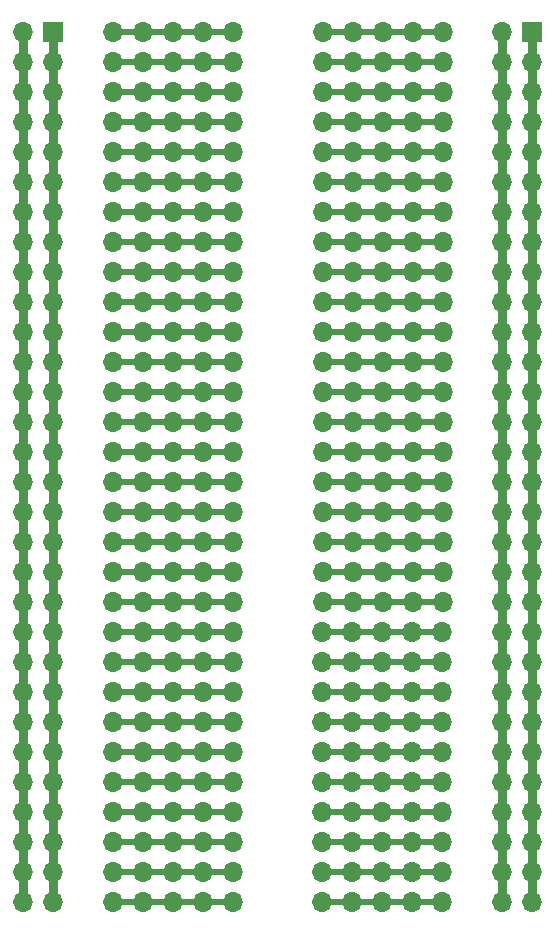
<source format=gbr>
%TF.GenerationSoftware,KiCad,Pcbnew,7.0.2*%
%TF.CreationDate,2024-01-28T20:17:23-05:00*%
%TF.ProjectId,dpx_perv_5x30,6470785f-7065-4727-965f-357833302e6b,rev?*%
%TF.SameCoordinates,Original*%
%TF.FileFunction,Copper,L4,Bot*%
%TF.FilePolarity,Positive*%
%FSLAX46Y46*%
G04 Gerber Fmt 4.6, Leading zero omitted, Abs format (unit mm)*
G04 Created by KiCad (PCBNEW 7.0.2) date 2024-01-28 20:17:23*
%MOMM*%
%LPD*%
G01*
G04 APERTURE LIST*
%TA.AperFunction,EtchedComponent*%
%ADD10C,0.508000*%
%TD*%
%TA.AperFunction,EtchedComponent*%
%ADD11C,0.500000*%
%TD*%
%TA.AperFunction,ComponentPad*%
%ADD12R,1.700000X1.700000*%
%TD*%
%TA.AperFunction,ComponentPad*%
%ADD13O,1.700000X1.700000*%
%TD*%
%TA.AperFunction,Conductor*%
%ADD14C,0.750000*%
%TD*%
G04 APERTURE END LIST*
D10*
%TO.C,U6*%
X79165000Y-107270000D02*
X76625000Y-107270000D01*
X79165000Y-104730000D02*
X76625000Y-104730000D01*
X79165000Y-102190000D02*
X76625000Y-102190000D01*
X79165000Y-99650000D02*
X76625000Y-99650000D01*
X79165000Y-97110000D02*
X76625000Y-97110000D01*
X76625000Y-107270000D02*
X74085000Y-107270000D01*
X76625000Y-104730000D02*
X74085000Y-104730000D01*
X76625000Y-102190000D02*
X74085000Y-102190000D01*
X76625000Y-99650000D02*
X74085000Y-99650000D01*
X76625000Y-97110000D02*
X74085000Y-97110000D01*
X74085000Y-107270000D02*
X71545000Y-107270000D01*
X74085000Y-104730000D02*
X71545000Y-104730000D01*
X74085000Y-102190000D02*
X71545000Y-102190000D01*
X74085000Y-99650000D02*
X71545000Y-99650000D01*
X74085000Y-97110000D02*
X71545000Y-97110000D01*
D11*
X69005000Y-107270000D02*
X71545000Y-107270000D01*
X69005000Y-104730000D02*
X71545000Y-104730000D01*
X69005000Y-102190000D02*
X71545000Y-102190000D01*
X69005000Y-99650000D02*
X71545000Y-99650000D01*
X69005000Y-97110000D02*
X71545000Y-97110000D01*
D10*
X61405000Y-107270000D02*
X58865000Y-107270000D01*
X61405000Y-104730000D02*
X58865000Y-104730000D01*
X61405000Y-102190000D02*
X58865000Y-102190000D01*
X61405000Y-99650000D02*
X58865000Y-99650000D01*
X61395000Y-97110000D02*
X58855000Y-97110000D01*
X58865000Y-107270000D02*
X56325000Y-107270000D01*
X58865000Y-104730000D02*
X56325000Y-104730000D01*
X58865000Y-102190000D02*
X56325000Y-102190000D01*
X58865000Y-99650000D02*
X56325000Y-99650000D01*
X58855000Y-97110000D02*
X56315000Y-97110000D01*
X56325000Y-107270000D02*
X53785000Y-107270000D01*
X56325000Y-104730000D02*
X53785000Y-104730000D01*
X56325000Y-102190000D02*
X53785000Y-102190000D01*
X56325000Y-99650000D02*
X53785000Y-99650000D01*
X56315000Y-97110000D02*
X53775000Y-97110000D01*
X53785000Y-107270000D02*
X51245000Y-107270000D01*
X53785000Y-104730000D02*
X51245000Y-104730000D01*
X53785000Y-102190000D02*
X51245000Y-102190000D01*
X53785000Y-99650000D02*
X51245000Y-99650000D01*
X53775000Y-97110000D02*
X51235000Y-97110000D01*
%TO.C,U2*%
X79195000Y-56470000D02*
X76655000Y-56470000D01*
X79195000Y-53930000D02*
X76655000Y-53930000D01*
X79195000Y-51390000D02*
X76655000Y-51390000D01*
X79195000Y-48850000D02*
X76655000Y-48850000D01*
X79195000Y-46310000D02*
X76655000Y-46310000D01*
X76655000Y-56470000D02*
X74115000Y-56470000D01*
X76655000Y-53930000D02*
X74115000Y-53930000D01*
X76655000Y-51390000D02*
X74115000Y-51390000D01*
X76655000Y-48850000D02*
X74115000Y-48850000D01*
X76655000Y-46310000D02*
X74115000Y-46310000D01*
X74115000Y-56470000D02*
X71575000Y-56470000D01*
X74115000Y-53930000D02*
X71575000Y-53930000D01*
X74115000Y-51390000D02*
X71575000Y-51390000D01*
X74115000Y-48850000D02*
X71575000Y-48850000D01*
X74115000Y-46310000D02*
X71575000Y-46310000D01*
D11*
X69035000Y-56470000D02*
X71575000Y-56470000D01*
X69035000Y-53930000D02*
X71575000Y-53930000D01*
X69035000Y-51390000D02*
X71575000Y-51390000D01*
X69035000Y-48850000D02*
X71575000Y-48850000D01*
X69035000Y-46310000D02*
X71575000Y-46310000D01*
D10*
X61435000Y-56470000D02*
X58895000Y-56470000D01*
X61435000Y-53930000D02*
X58895000Y-53930000D01*
X61435000Y-51390000D02*
X58895000Y-51390000D01*
X61435000Y-48850000D02*
X58895000Y-48850000D01*
X61425000Y-46310000D02*
X58885000Y-46310000D01*
X58895000Y-56470000D02*
X56355000Y-56470000D01*
X58895000Y-53930000D02*
X56355000Y-53930000D01*
X58895000Y-51390000D02*
X56355000Y-51390000D01*
X58895000Y-48850000D02*
X56355000Y-48850000D01*
X58885000Y-46310000D02*
X56345000Y-46310000D01*
X56355000Y-56470000D02*
X53815000Y-56470000D01*
X56355000Y-53930000D02*
X53815000Y-53930000D01*
X56355000Y-51390000D02*
X53815000Y-51390000D01*
X56355000Y-48850000D02*
X53815000Y-48850000D01*
X56345000Y-46310000D02*
X53805000Y-46310000D01*
X53815000Y-56470000D02*
X51275000Y-56470000D01*
X53815000Y-53930000D02*
X51275000Y-53930000D01*
X53815000Y-51390000D02*
X51275000Y-51390000D01*
X53815000Y-48850000D02*
X51275000Y-48850000D01*
X53805000Y-46310000D02*
X51265000Y-46310000D01*
%TO.C,U1*%
X79180000Y-43775000D02*
X76640000Y-43775000D01*
X79180000Y-41235000D02*
X76640000Y-41235000D01*
X79180000Y-38695000D02*
X76640000Y-38695000D01*
X79180000Y-36155000D02*
X76640000Y-36155000D01*
X79180000Y-33615000D02*
X76640000Y-33615000D01*
X76640000Y-43775000D02*
X74100000Y-43775000D01*
X76640000Y-41235000D02*
X74100000Y-41235000D01*
X76640000Y-38695000D02*
X74100000Y-38695000D01*
X76640000Y-36155000D02*
X74100000Y-36155000D01*
X76640000Y-33615000D02*
X74100000Y-33615000D01*
X74100000Y-43775000D02*
X71560000Y-43775000D01*
X74100000Y-41235000D02*
X71560000Y-41235000D01*
X74100000Y-38695000D02*
X71560000Y-38695000D01*
X74100000Y-36155000D02*
X71560000Y-36155000D01*
X74100000Y-33615000D02*
X71560000Y-33615000D01*
D11*
X69020000Y-43775000D02*
X71560000Y-43775000D01*
X69020000Y-41235000D02*
X71560000Y-41235000D01*
X69020000Y-38695000D02*
X71560000Y-38695000D01*
X69020000Y-36155000D02*
X71560000Y-36155000D01*
X69020000Y-33615000D02*
X71560000Y-33615000D01*
D10*
X61420000Y-43775000D02*
X58880000Y-43775000D01*
X61420000Y-41235000D02*
X58880000Y-41235000D01*
X61420000Y-38695000D02*
X58880000Y-38695000D01*
X61420000Y-36155000D02*
X58880000Y-36155000D01*
X61410000Y-33615000D02*
X58870000Y-33615000D01*
X58880000Y-43775000D02*
X56340000Y-43775000D01*
X58880000Y-41235000D02*
X56340000Y-41235000D01*
X58880000Y-38695000D02*
X56340000Y-38695000D01*
X58880000Y-36155000D02*
X56340000Y-36155000D01*
X58870000Y-33615000D02*
X56330000Y-33615000D01*
X56340000Y-43775000D02*
X53800000Y-43775000D01*
X56340000Y-41235000D02*
X53800000Y-41235000D01*
X56340000Y-38695000D02*
X53800000Y-38695000D01*
X56340000Y-36155000D02*
X53800000Y-36155000D01*
X56330000Y-33615000D02*
X53790000Y-33615000D01*
X53800000Y-43775000D02*
X51260000Y-43775000D01*
X53800000Y-41235000D02*
X51260000Y-41235000D01*
X53800000Y-38695000D02*
X51260000Y-38695000D01*
X53800000Y-36155000D02*
X51260000Y-36155000D01*
X53790000Y-33615000D02*
X51250000Y-33615000D01*
%TO.C,U4*%
X79185000Y-81870000D02*
X76645000Y-81870000D01*
X79185000Y-79330000D02*
X76645000Y-79330000D01*
X79185000Y-76790000D02*
X76645000Y-76790000D01*
X79185000Y-74250000D02*
X76645000Y-74250000D01*
X79185000Y-71710000D02*
X76645000Y-71710000D01*
X76645000Y-81870000D02*
X74105000Y-81870000D01*
X76645000Y-79330000D02*
X74105000Y-79330000D01*
X76645000Y-76790000D02*
X74105000Y-76790000D01*
X76645000Y-74250000D02*
X74105000Y-74250000D01*
X76645000Y-71710000D02*
X74105000Y-71710000D01*
X74105000Y-81870000D02*
X71565000Y-81870000D01*
X74105000Y-79330000D02*
X71565000Y-79330000D01*
X74105000Y-76790000D02*
X71565000Y-76790000D01*
X74105000Y-74250000D02*
X71565000Y-74250000D01*
X74105000Y-71710000D02*
X71565000Y-71710000D01*
D11*
X69025000Y-81870000D02*
X71565000Y-81870000D01*
X69025000Y-79330000D02*
X71565000Y-79330000D01*
X69025000Y-76790000D02*
X71565000Y-76790000D01*
X69025000Y-74250000D02*
X71565000Y-74250000D01*
X69025000Y-71710000D02*
X71565000Y-71710000D01*
D10*
X61425000Y-81870000D02*
X58885000Y-81870000D01*
X61425000Y-79330000D02*
X58885000Y-79330000D01*
X61425000Y-76790000D02*
X58885000Y-76790000D01*
X61425000Y-74250000D02*
X58885000Y-74250000D01*
X61415000Y-71710000D02*
X58875000Y-71710000D01*
X58885000Y-81870000D02*
X56345000Y-81870000D01*
X58885000Y-79330000D02*
X56345000Y-79330000D01*
X58885000Y-76790000D02*
X56345000Y-76790000D01*
X58885000Y-74250000D02*
X56345000Y-74250000D01*
X58875000Y-71710000D02*
X56335000Y-71710000D01*
X56345000Y-81870000D02*
X53805000Y-81870000D01*
X56345000Y-79330000D02*
X53805000Y-79330000D01*
X56345000Y-76790000D02*
X53805000Y-76790000D01*
X56345000Y-74250000D02*
X53805000Y-74250000D01*
X56335000Y-71710000D02*
X53795000Y-71710000D01*
X53805000Y-81870000D02*
X51265000Y-81870000D01*
X53805000Y-79330000D02*
X51265000Y-79330000D01*
X53805000Y-76790000D02*
X51265000Y-76790000D01*
X53805000Y-74250000D02*
X51265000Y-74250000D01*
X53795000Y-71710000D02*
X51255000Y-71710000D01*
%TO.C,U3*%
X79185000Y-69180000D02*
X76645000Y-69180000D01*
X79185000Y-66640000D02*
X76645000Y-66640000D01*
X79185000Y-64100000D02*
X76645000Y-64100000D01*
X79185000Y-61560000D02*
X76645000Y-61560000D01*
X79185000Y-59020000D02*
X76645000Y-59020000D01*
X76645000Y-69180000D02*
X74105000Y-69180000D01*
X76645000Y-66640000D02*
X74105000Y-66640000D01*
X76645000Y-64100000D02*
X74105000Y-64100000D01*
X76645000Y-61560000D02*
X74105000Y-61560000D01*
X76645000Y-59020000D02*
X74105000Y-59020000D01*
X74105000Y-69180000D02*
X71565000Y-69180000D01*
X74105000Y-66640000D02*
X71565000Y-66640000D01*
X74105000Y-64100000D02*
X71565000Y-64100000D01*
X74105000Y-61560000D02*
X71565000Y-61560000D01*
X74105000Y-59020000D02*
X71565000Y-59020000D01*
D11*
X69025000Y-69180000D02*
X71565000Y-69180000D01*
X69025000Y-66640000D02*
X71565000Y-66640000D01*
X69025000Y-64100000D02*
X71565000Y-64100000D01*
X69025000Y-61560000D02*
X71565000Y-61560000D01*
X69025000Y-59020000D02*
X71565000Y-59020000D01*
D10*
X61425000Y-69180000D02*
X58885000Y-69180000D01*
X61425000Y-66640000D02*
X58885000Y-66640000D01*
X61425000Y-64100000D02*
X58885000Y-64100000D01*
X61425000Y-61560000D02*
X58885000Y-61560000D01*
X61415000Y-59020000D02*
X58875000Y-59020000D01*
X58885000Y-69180000D02*
X56345000Y-69180000D01*
X58885000Y-66640000D02*
X56345000Y-66640000D01*
X58885000Y-64100000D02*
X56345000Y-64100000D01*
X58885000Y-61560000D02*
X56345000Y-61560000D01*
X58875000Y-59020000D02*
X56335000Y-59020000D01*
X56345000Y-69180000D02*
X53805000Y-69180000D01*
X56345000Y-66640000D02*
X53805000Y-66640000D01*
X56345000Y-64100000D02*
X53805000Y-64100000D01*
X56345000Y-61560000D02*
X53805000Y-61560000D01*
X56335000Y-59020000D02*
X53795000Y-59020000D01*
X53805000Y-69180000D02*
X51265000Y-69180000D01*
X53805000Y-66640000D02*
X51265000Y-66640000D01*
X53805000Y-64100000D02*
X51265000Y-64100000D01*
X53805000Y-61560000D02*
X51265000Y-61560000D01*
X53795000Y-59020000D02*
X51255000Y-59020000D01*
%TO.C,U5*%
X79165000Y-94560000D02*
X76625000Y-94560000D01*
X79165000Y-92020000D02*
X76625000Y-92020000D01*
X79165000Y-89480000D02*
X76625000Y-89480000D01*
X79165000Y-86940000D02*
X76625000Y-86940000D01*
X79165000Y-84400000D02*
X76625000Y-84400000D01*
X76625000Y-94560000D02*
X74085000Y-94560000D01*
X76625000Y-92020000D02*
X74085000Y-92020000D01*
X76625000Y-89480000D02*
X74085000Y-89480000D01*
X76625000Y-86940000D02*
X74085000Y-86940000D01*
X76625000Y-84400000D02*
X74085000Y-84400000D01*
X74085000Y-94560000D02*
X71545000Y-94560000D01*
X74085000Y-92020000D02*
X71545000Y-92020000D01*
X74085000Y-89480000D02*
X71545000Y-89480000D01*
X74085000Y-86940000D02*
X71545000Y-86940000D01*
X74085000Y-84400000D02*
X71545000Y-84400000D01*
D11*
X69005000Y-94560000D02*
X71545000Y-94560000D01*
X69005000Y-92020000D02*
X71545000Y-92020000D01*
X69005000Y-89480000D02*
X71545000Y-89480000D01*
X69005000Y-86940000D02*
X71545000Y-86940000D01*
X69005000Y-84400000D02*
X71545000Y-84400000D01*
D10*
X61405000Y-94560000D02*
X58865000Y-94560000D01*
X61405000Y-92020000D02*
X58865000Y-92020000D01*
X61405000Y-89480000D02*
X58865000Y-89480000D01*
X61405000Y-86940000D02*
X58865000Y-86940000D01*
X61395000Y-84400000D02*
X58855000Y-84400000D01*
X58865000Y-94560000D02*
X56325000Y-94560000D01*
X58865000Y-92020000D02*
X56325000Y-92020000D01*
X58865000Y-89480000D02*
X56325000Y-89480000D01*
X58865000Y-86940000D02*
X56325000Y-86940000D01*
X58855000Y-84400000D02*
X56315000Y-84400000D01*
X56325000Y-94560000D02*
X53785000Y-94560000D01*
X56325000Y-92020000D02*
X53785000Y-92020000D01*
X56325000Y-89480000D02*
X53785000Y-89480000D01*
X56325000Y-86940000D02*
X53785000Y-86940000D01*
X56315000Y-84400000D02*
X53775000Y-84400000D01*
X53785000Y-94560000D02*
X51245000Y-94560000D01*
X53785000Y-92020000D02*
X51245000Y-92020000D01*
X53785000Y-89480000D02*
X51245000Y-89480000D01*
X53785000Y-86940000D02*
X51245000Y-86940000D01*
X53775000Y-84400000D02*
X51235000Y-84400000D01*
%TD*%
D12*
%TO.P,J1,1,Pin_1*%
%TO.N,VCC*%
X46220000Y-33615000D03*
D13*
%TO.P,J1,2,Pin_2*%
%TO.N,GND*%
X43680000Y-33615000D03*
%TO.P,J1,3,Pin_3*%
%TO.N,VCC*%
X46220000Y-36155000D03*
%TO.P,J1,4,Pin_4*%
%TO.N,GND*%
X43680000Y-36155000D03*
%TO.P,J1,5,Pin_5*%
%TO.N,VCC*%
X46220000Y-38695000D03*
%TO.P,J1,6,Pin_6*%
%TO.N,GND*%
X43680000Y-38695000D03*
%TO.P,J1,7,Pin_7*%
%TO.N,VCC*%
X46220000Y-41235000D03*
%TO.P,J1,8,Pin_8*%
%TO.N,GND*%
X43680000Y-41235000D03*
%TO.P,J1,9,Pin_9*%
%TO.N,VCC*%
X46220000Y-43775000D03*
%TO.P,J1,10,Pin_10*%
%TO.N,GND*%
X43680000Y-43775000D03*
%TO.P,J1,11,Pin_11*%
%TO.N,VCC*%
X46220000Y-46315000D03*
%TO.P,J1,12,Pin_12*%
%TO.N,GND*%
X43680000Y-46315000D03*
%TO.P,J1,13,Pin_13*%
%TO.N,VCC*%
X46220000Y-48855000D03*
%TO.P,J1,14,Pin_14*%
%TO.N,GND*%
X43680000Y-48855000D03*
%TO.P,J1,15,Pin_15*%
%TO.N,VCC*%
X46220000Y-51395000D03*
%TO.P,J1,16,Pin_16*%
%TO.N,GND*%
X43680000Y-51395000D03*
%TO.P,J1,17,Pin_17*%
%TO.N,VCC*%
X46220000Y-53935000D03*
%TO.P,J1,18,Pin_18*%
%TO.N,GND*%
X43680000Y-53935000D03*
%TO.P,J1,19,Pin_19*%
%TO.N,VCC*%
X46220000Y-56475000D03*
%TO.P,J1,20,Pin_20*%
%TO.N,GND*%
X43680000Y-56475000D03*
%TO.P,J1,21,Pin_21*%
%TO.N,VCC*%
X46220000Y-59015000D03*
%TO.P,J1,22,Pin_22*%
%TO.N,GND*%
X43680000Y-59015000D03*
%TO.P,J1,23,Pin_23*%
%TO.N,VCC*%
X46220000Y-61555000D03*
%TO.P,J1,24,Pin_24*%
%TO.N,GND*%
X43680000Y-61555000D03*
%TO.P,J1,25,Pin_25*%
%TO.N,VCC*%
X46220000Y-64095000D03*
%TO.P,J1,26,Pin_26*%
%TO.N,GND*%
X43680000Y-64095000D03*
%TO.P,J1,27,Pin_27*%
%TO.N,VCC*%
X46220000Y-66635000D03*
%TO.P,J1,28,Pin_28*%
%TO.N,GND*%
X43680000Y-66635000D03*
%TO.P,J1,29,Pin_29*%
%TO.N,VCC*%
X46220000Y-69175000D03*
%TO.P,J1,30,Pin_30*%
%TO.N,GND*%
X43680000Y-69175000D03*
%TO.P,J1,31,Pin_31*%
%TO.N,VCC*%
X46220000Y-71715000D03*
%TO.P,J1,32,Pin_32*%
%TO.N,GND*%
X43680000Y-71715000D03*
%TO.P,J1,33,Pin_33*%
%TO.N,VCC*%
X46220000Y-74255000D03*
%TO.P,J1,34,Pin_34*%
%TO.N,GND*%
X43680000Y-74255000D03*
%TO.P,J1,35,Pin_35*%
%TO.N,VCC*%
X46220000Y-76795000D03*
%TO.P,J1,36,Pin_36*%
%TO.N,GND*%
X43680000Y-76795000D03*
%TO.P,J1,37,Pin_37*%
%TO.N,VCC*%
X46220000Y-79335000D03*
%TO.P,J1,38,Pin_38*%
%TO.N,GND*%
X43680000Y-79335000D03*
%TO.P,J1,39,Pin_39*%
%TO.N,VCC*%
X46220000Y-81875000D03*
%TO.P,J1,40,Pin_40*%
%TO.N,GND*%
X43680000Y-81875000D03*
%TO.P,J1,41,Pin_41*%
%TO.N,VCC*%
X46220000Y-84415000D03*
%TO.P,J1,42,Pin_42*%
%TO.N,GND*%
X43680000Y-84415000D03*
%TO.P,J1,43,Pin_43*%
%TO.N,VCC*%
X46220000Y-86955000D03*
%TO.P,J1,44,Pin_44*%
%TO.N,GND*%
X43680000Y-86955000D03*
%TO.P,J1,45,Pin_45*%
%TO.N,VCC*%
X46220000Y-89495000D03*
%TO.P,J1,46,Pin_46*%
%TO.N,GND*%
X43680000Y-89495000D03*
%TO.P,J1,47,Pin_47*%
%TO.N,VCC*%
X46220000Y-92035000D03*
%TO.P,J1,48,Pin_48*%
%TO.N,GND*%
X43680000Y-92035000D03*
%TO.P,J1,49,Pin_49*%
%TO.N,VCC*%
X46220000Y-94575000D03*
%TO.P,J1,50,Pin_50*%
%TO.N,GND*%
X43680000Y-94575000D03*
%TO.P,J1,51,Pin_51*%
%TO.N,VCC*%
X46220000Y-97115000D03*
%TO.P,J1,52,Pin_52*%
%TO.N,GND*%
X43680000Y-97115000D03*
%TO.P,J1,53,Pin_53*%
%TO.N,VCC*%
X46220000Y-99655000D03*
%TO.P,J1,54,Pin_54*%
%TO.N,GND*%
X43680000Y-99655000D03*
%TO.P,J1,55,Pin_55*%
%TO.N,VCC*%
X46220000Y-102195000D03*
%TO.P,J1,56,Pin_56*%
%TO.N,GND*%
X43680000Y-102195000D03*
%TO.P,J1,57,Pin_57*%
%TO.N,VCC*%
X46220000Y-104735000D03*
%TO.P,J1,58,Pin_58*%
%TO.N,GND*%
X43680000Y-104735000D03*
%TO.P,J1,59,Pin_59*%
%TO.N,VCC*%
X46220000Y-107275000D03*
%TO.P,J1,60,Pin_60*%
%TO.N,GND*%
X43680000Y-107275000D03*
%TD*%
D12*
%TO.P,J2,1,Pin_1*%
%TO.N,VCC*%
X86770000Y-33615000D03*
D13*
%TO.P,J2,2,Pin_2*%
%TO.N,GND*%
X84230000Y-33615000D03*
%TO.P,J2,3,Pin_3*%
%TO.N,VCC*%
X86770000Y-36155000D03*
%TO.P,J2,4,Pin_4*%
%TO.N,GND*%
X84230000Y-36155000D03*
%TO.P,J2,5,Pin_5*%
%TO.N,VCC*%
X86770000Y-38695000D03*
%TO.P,J2,6,Pin_6*%
%TO.N,GND*%
X84230000Y-38695000D03*
%TO.P,J2,7,Pin_7*%
%TO.N,VCC*%
X86770000Y-41235000D03*
%TO.P,J2,8,Pin_8*%
%TO.N,GND*%
X84230000Y-41235000D03*
%TO.P,J2,9,Pin_9*%
%TO.N,VCC*%
X86770000Y-43775000D03*
%TO.P,J2,10,Pin_10*%
%TO.N,GND*%
X84230000Y-43775000D03*
%TO.P,J2,11,Pin_11*%
%TO.N,VCC*%
X86770000Y-46315000D03*
%TO.P,J2,12,Pin_12*%
%TO.N,GND*%
X84230000Y-46315000D03*
%TO.P,J2,13,Pin_13*%
%TO.N,VCC*%
X86770000Y-48855000D03*
%TO.P,J2,14,Pin_14*%
%TO.N,GND*%
X84230000Y-48855000D03*
%TO.P,J2,15,Pin_15*%
%TO.N,VCC*%
X86770000Y-51395000D03*
%TO.P,J2,16,Pin_16*%
%TO.N,GND*%
X84230000Y-51395000D03*
%TO.P,J2,17,Pin_17*%
%TO.N,VCC*%
X86770000Y-53935000D03*
%TO.P,J2,18,Pin_18*%
%TO.N,GND*%
X84230000Y-53935000D03*
%TO.P,J2,19,Pin_19*%
%TO.N,VCC*%
X86770000Y-56475000D03*
%TO.P,J2,20,Pin_20*%
%TO.N,GND*%
X84230000Y-56475000D03*
%TO.P,J2,21,Pin_21*%
%TO.N,VCC*%
X86770000Y-59015000D03*
%TO.P,J2,22,Pin_22*%
%TO.N,GND*%
X84230000Y-59015000D03*
%TO.P,J2,23,Pin_23*%
%TO.N,VCC*%
X86770000Y-61555000D03*
%TO.P,J2,24,Pin_24*%
%TO.N,GND*%
X84230000Y-61555000D03*
%TO.P,J2,25,Pin_25*%
%TO.N,VCC*%
X86770000Y-64095000D03*
%TO.P,J2,26,Pin_26*%
%TO.N,GND*%
X84230000Y-64095000D03*
%TO.P,J2,27,Pin_27*%
%TO.N,VCC*%
X86770000Y-66635000D03*
%TO.P,J2,28,Pin_28*%
%TO.N,GND*%
X84230000Y-66635000D03*
%TO.P,J2,29,Pin_29*%
%TO.N,VCC*%
X86770000Y-69175000D03*
%TO.P,J2,30,Pin_30*%
%TO.N,GND*%
X84230000Y-69175000D03*
%TO.P,J2,31,Pin_31*%
%TO.N,VCC*%
X86770000Y-71715000D03*
%TO.P,J2,32,Pin_32*%
%TO.N,GND*%
X84230000Y-71715000D03*
%TO.P,J2,33,Pin_33*%
%TO.N,VCC*%
X86770000Y-74255000D03*
%TO.P,J2,34,Pin_34*%
%TO.N,GND*%
X84230000Y-74255000D03*
%TO.P,J2,35,Pin_35*%
%TO.N,VCC*%
X86770000Y-76795000D03*
%TO.P,J2,36,Pin_36*%
%TO.N,GND*%
X84230000Y-76795000D03*
%TO.P,J2,37,Pin_37*%
%TO.N,VCC*%
X86770000Y-79335000D03*
%TO.P,J2,38,Pin_38*%
%TO.N,GND*%
X84230000Y-79335000D03*
%TO.P,J2,39,Pin_39*%
%TO.N,VCC*%
X86770000Y-81875000D03*
%TO.P,J2,40,Pin_40*%
%TO.N,GND*%
X84230000Y-81875000D03*
%TO.P,J2,41,Pin_41*%
%TO.N,VCC*%
X86770000Y-84415000D03*
%TO.P,J2,42,Pin_42*%
%TO.N,GND*%
X84230000Y-84415000D03*
%TO.P,J2,43,Pin_43*%
%TO.N,VCC*%
X86770000Y-86955000D03*
%TO.P,J2,44,Pin_44*%
%TO.N,GND*%
X84230000Y-86955000D03*
%TO.P,J2,45,Pin_45*%
%TO.N,VCC*%
X86770000Y-89495000D03*
%TO.P,J2,46,Pin_46*%
%TO.N,GND*%
X84230000Y-89495000D03*
%TO.P,J2,47,Pin_47*%
%TO.N,VCC*%
X86770000Y-92035000D03*
%TO.P,J2,48,Pin_48*%
%TO.N,GND*%
X84230000Y-92035000D03*
%TO.P,J2,49,Pin_49*%
%TO.N,VCC*%
X86770000Y-94575000D03*
%TO.P,J2,50,Pin_50*%
%TO.N,GND*%
X84230000Y-94575000D03*
%TO.P,J2,51,Pin_51*%
%TO.N,VCC*%
X86770000Y-97115000D03*
%TO.P,J2,52,Pin_52*%
%TO.N,GND*%
X84230000Y-97115000D03*
%TO.P,J2,53,Pin_53*%
%TO.N,VCC*%
X86770000Y-99655000D03*
%TO.P,J2,54,Pin_54*%
%TO.N,GND*%
X84230000Y-99655000D03*
%TO.P,J2,55,Pin_55*%
%TO.N,VCC*%
X86770000Y-102195000D03*
%TO.P,J2,56,Pin_56*%
%TO.N,GND*%
X84230000Y-102195000D03*
%TO.P,J2,57,Pin_57*%
%TO.N,VCC*%
X86770000Y-104735000D03*
%TO.P,J2,58,Pin_58*%
%TO.N,GND*%
X84230000Y-104735000D03*
%TO.P,J2,59,Pin_59*%
%TO.N,VCC*%
X86770000Y-107275000D03*
%TO.P,J2,60,Pin_60*%
%TO.N,GND*%
X84230000Y-107275000D03*
%TD*%
%TO.P,U6,1*%
%TO.N,N/C*%
X79165000Y-97110000D03*
%TO.P,U6,2*%
X76625000Y-97110000D03*
%TO.P,U6,3*%
X74085000Y-97110000D03*
%TO.P,U6,4*%
X71545000Y-97110000D03*
%TO.P,U6,5*%
X69005000Y-97110000D03*
%TO.P,U6,6*%
X61405000Y-97110000D03*
%TO.P,U6,11*%
X79165000Y-99650000D03*
%TO.P,U6,12*%
X76625000Y-99650000D03*
%TO.P,U6,13*%
X74085000Y-99650000D03*
%TO.P,U6,14*%
X71545000Y-99650000D03*
%TO.P,U6,15*%
X69005000Y-99650000D03*
%TO.P,U6,16*%
X61405000Y-99650000D03*
%TO.P,U6,17*%
X58865000Y-99650000D03*
X58855000Y-97110000D03*
%TO.P,U6,18*%
X56325000Y-99650000D03*
X56315000Y-97110000D03*
%TO.P,U6,19*%
X53785000Y-99650000D03*
X53775000Y-97110000D03*
%TO.P,U6,20*%
X51245000Y-99650000D03*
X51235000Y-97110000D03*
%TO.P,U6,21*%
X79165000Y-102190000D03*
%TO.P,U6,22*%
X76625000Y-102190000D03*
%TO.P,U6,23*%
X74085000Y-102190000D03*
%TO.P,U6,24*%
X71545000Y-102190000D03*
%TO.P,U6,25*%
X69005000Y-102190000D03*
%TO.P,U6,26*%
X61405000Y-102190000D03*
%TO.P,U6,27*%
X58865000Y-102190000D03*
%TO.P,U6,28*%
X56325000Y-102190000D03*
%TO.P,U6,29*%
X53785000Y-102190000D03*
%TO.P,U6,30*%
X51245000Y-102190000D03*
%TO.P,U6,31*%
X79165000Y-104730000D03*
%TO.P,U6,32*%
X76625000Y-104730000D03*
%TO.P,U6,33*%
X74085000Y-104730000D03*
%TO.P,U6,34*%
X71545000Y-104730000D03*
%TO.P,U6,35*%
X69005000Y-104730000D03*
%TO.P,U6,36*%
X61405000Y-104730000D03*
%TO.P,U6,37*%
X58865000Y-104730000D03*
%TO.P,U6,38*%
X56325000Y-104730000D03*
%TO.P,U6,39*%
X53785000Y-104730000D03*
%TO.P,U6,40*%
X51245000Y-104730000D03*
%TO.P,U6,41*%
X79165000Y-107270000D03*
%TO.P,U6,42*%
X76625000Y-107270000D03*
%TO.P,U6,43*%
X74085000Y-107270000D03*
%TO.P,U6,44*%
X71545000Y-107270000D03*
%TO.P,U6,45*%
X69005000Y-107270000D03*
%TO.P,U6,46*%
X61405000Y-107270000D03*
%TO.P,U6,47*%
X58865000Y-107270000D03*
%TO.P,U6,48*%
X56325000Y-107270000D03*
%TO.P,U6,49*%
X53785000Y-107270000D03*
%TO.P,U6,50*%
X51245000Y-107270000D03*
%TD*%
%TO.P,U2,1*%
%TO.N,N/C*%
X79195000Y-46310000D03*
%TO.P,U2,2*%
X76655000Y-46310000D03*
%TO.P,U2,3*%
X74115000Y-46310000D03*
%TO.P,U2,4*%
X71575000Y-46310000D03*
%TO.P,U2,5*%
X69035000Y-46310000D03*
%TO.P,U2,6*%
X61435000Y-46310000D03*
%TO.P,U2,11*%
X79195000Y-48850000D03*
%TO.P,U2,12*%
X76655000Y-48850000D03*
%TO.P,U2,13*%
X74115000Y-48850000D03*
%TO.P,U2,14*%
X71575000Y-48850000D03*
%TO.P,U2,15*%
X69035000Y-48850000D03*
%TO.P,U2,16*%
X61435000Y-48850000D03*
%TO.P,U2,17*%
X58895000Y-48850000D03*
X58885000Y-46310000D03*
%TO.P,U2,18*%
X56355000Y-48850000D03*
X56345000Y-46310000D03*
%TO.P,U2,19*%
X53815000Y-48850000D03*
X53805000Y-46310000D03*
%TO.P,U2,20*%
X51275000Y-48850000D03*
X51265000Y-46310000D03*
%TO.P,U2,21*%
X79195000Y-51390000D03*
%TO.P,U2,22*%
X76655000Y-51390000D03*
%TO.P,U2,23*%
X74115000Y-51390000D03*
%TO.P,U2,24*%
X71575000Y-51390000D03*
%TO.P,U2,25*%
X69035000Y-51390000D03*
%TO.P,U2,26*%
X61435000Y-51390000D03*
%TO.P,U2,27*%
X58895000Y-51390000D03*
%TO.P,U2,28*%
X56355000Y-51390000D03*
%TO.P,U2,29*%
X53815000Y-51390000D03*
%TO.P,U2,30*%
X51275000Y-51390000D03*
%TO.P,U2,31*%
X79195000Y-53930000D03*
%TO.P,U2,32*%
X76655000Y-53930000D03*
%TO.P,U2,33*%
X74115000Y-53930000D03*
%TO.P,U2,34*%
X71575000Y-53930000D03*
%TO.P,U2,35*%
X69035000Y-53930000D03*
%TO.P,U2,36*%
X61435000Y-53930000D03*
%TO.P,U2,37*%
X58895000Y-53930000D03*
%TO.P,U2,38*%
X56355000Y-53930000D03*
%TO.P,U2,39*%
X53815000Y-53930000D03*
%TO.P,U2,40*%
X51275000Y-53930000D03*
%TO.P,U2,41*%
X79195000Y-56470000D03*
%TO.P,U2,42*%
X76655000Y-56470000D03*
%TO.P,U2,43*%
X74115000Y-56470000D03*
%TO.P,U2,44*%
X71575000Y-56470000D03*
%TO.P,U2,45*%
X69035000Y-56470000D03*
%TO.P,U2,46*%
X61435000Y-56470000D03*
%TO.P,U2,47*%
X58895000Y-56470000D03*
%TO.P,U2,48*%
X56355000Y-56470000D03*
%TO.P,U2,49*%
X53815000Y-56470000D03*
%TO.P,U2,50*%
X51275000Y-56470000D03*
%TD*%
%TO.P,U1,1*%
%TO.N,N/C*%
X79180000Y-33615000D03*
%TO.P,U1,2*%
X76640000Y-33615000D03*
%TO.P,U1,3*%
X74100000Y-33615000D03*
%TO.P,U1,4*%
X71560000Y-33615000D03*
%TO.P,U1,5*%
X69020000Y-33615000D03*
%TO.P,U1,6*%
X61420000Y-33615000D03*
%TO.P,U1,11*%
X79180000Y-36155000D03*
%TO.P,U1,12*%
X76640000Y-36155000D03*
%TO.P,U1,13*%
X74100000Y-36155000D03*
%TO.P,U1,14*%
X71560000Y-36155000D03*
%TO.P,U1,15*%
X69020000Y-36155000D03*
%TO.P,U1,16*%
X61420000Y-36155000D03*
%TO.P,U1,17*%
X58880000Y-36155000D03*
X58870000Y-33615000D03*
%TO.P,U1,18*%
X56340000Y-36155000D03*
X56330000Y-33615000D03*
%TO.P,U1,19*%
X53800000Y-36155000D03*
X53790000Y-33615000D03*
%TO.P,U1,20*%
X51260000Y-36155000D03*
X51250000Y-33615000D03*
%TO.P,U1,21*%
X79180000Y-38695000D03*
%TO.P,U1,22*%
X76640000Y-38695000D03*
%TO.P,U1,23*%
X74100000Y-38695000D03*
%TO.P,U1,24*%
X71560000Y-38695000D03*
%TO.P,U1,25*%
X69020000Y-38695000D03*
%TO.P,U1,26*%
X61420000Y-38695000D03*
%TO.P,U1,27*%
X58880000Y-38695000D03*
%TO.P,U1,28*%
X56340000Y-38695000D03*
%TO.P,U1,29*%
X53800000Y-38695000D03*
%TO.P,U1,30*%
X51260000Y-38695000D03*
%TO.P,U1,31*%
X79180000Y-41235000D03*
%TO.P,U1,32*%
X76640000Y-41235000D03*
%TO.P,U1,33*%
X74100000Y-41235000D03*
%TO.P,U1,34*%
X71560000Y-41235000D03*
%TO.P,U1,35*%
X69020000Y-41235000D03*
%TO.P,U1,36*%
X61420000Y-41235000D03*
%TO.P,U1,37*%
X58880000Y-41235000D03*
%TO.P,U1,38*%
X56340000Y-41235000D03*
%TO.P,U1,39*%
X53800000Y-41235000D03*
%TO.P,U1,40*%
X51260000Y-41235000D03*
%TO.P,U1,41*%
X79180000Y-43775000D03*
%TO.P,U1,42*%
X76640000Y-43775000D03*
%TO.P,U1,43*%
X74100000Y-43775000D03*
%TO.P,U1,44*%
X71560000Y-43775000D03*
%TO.P,U1,45*%
X69020000Y-43775000D03*
%TO.P,U1,46*%
X61420000Y-43775000D03*
%TO.P,U1,47*%
X58880000Y-43775000D03*
%TO.P,U1,48*%
X56340000Y-43775000D03*
%TO.P,U1,49*%
X53800000Y-43775000D03*
%TO.P,U1,50*%
X51260000Y-43775000D03*
%TD*%
%TO.P,U4,1*%
%TO.N,N/C*%
X79185000Y-71710000D03*
%TO.P,U4,2*%
X76645000Y-71710000D03*
%TO.P,U4,3*%
X74105000Y-71710000D03*
%TO.P,U4,4*%
X71565000Y-71710000D03*
%TO.P,U4,5*%
X69025000Y-71710000D03*
%TO.P,U4,6*%
X61425000Y-71710000D03*
%TO.P,U4,11*%
X79185000Y-74250000D03*
%TO.P,U4,12*%
X76645000Y-74250000D03*
%TO.P,U4,13*%
X74105000Y-74250000D03*
%TO.P,U4,14*%
X71565000Y-74250000D03*
%TO.P,U4,15*%
X69025000Y-74250000D03*
%TO.P,U4,16*%
X61425000Y-74250000D03*
%TO.P,U4,17*%
X58885000Y-74250000D03*
X58875000Y-71710000D03*
%TO.P,U4,18*%
X56345000Y-74250000D03*
X56335000Y-71710000D03*
%TO.P,U4,19*%
X53805000Y-74250000D03*
X53795000Y-71710000D03*
%TO.P,U4,20*%
X51265000Y-74250000D03*
X51255000Y-71710000D03*
%TO.P,U4,21*%
X79185000Y-76790000D03*
%TO.P,U4,22*%
X76645000Y-76790000D03*
%TO.P,U4,23*%
X74105000Y-76790000D03*
%TO.P,U4,24*%
X71565000Y-76790000D03*
%TO.P,U4,25*%
X69025000Y-76790000D03*
%TO.P,U4,26*%
X61425000Y-76790000D03*
%TO.P,U4,27*%
X58885000Y-76790000D03*
%TO.P,U4,28*%
X56345000Y-76790000D03*
%TO.P,U4,29*%
X53805000Y-76790000D03*
%TO.P,U4,30*%
X51265000Y-76790000D03*
%TO.P,U4,31*%
X79185000Y-79330000D03*
%TO.P,U4,32*%
X76645000Y-79330000D03*
%TO.P,U4,33*%
X74105000Y-79330000D03*
%TO.P,U4,34*%
X71565000Y-79330000D03*
%TO.P,U4,35*%
X69025000Y-79330000D03*
%TO.P,U4,36*%
X61425000Y-79330000D03*
%TO.P,U4,37*%
X58885000Y-79330000D03*
%TO.P,U4,38*%
X56345000Y-79330000D03*
%TO.P,U4,39*%
X53805000Y-79330000D03*
%TO.P,U4,40*%
X51265000Y-79330000D03*
%TO.P,U4,41*%
X79185000Y-81870000D03*
%TO.P,U4,42*%
X76645000Y-81870000D03*
%TO.P,U4,43*%
X74105000Y-81870000D03*
%TO.P,U4,44*%
X71565000Y-81870000D03*
%TO.P,U4,45*%
X69025000Y-81870000D03*
%TO.P,U4,46*%
X61425000Y-81870000D03*
%TO.P,U4,47*%
X58885000Y-81870000D03*
%TO.P,U4,48*%
X56345000Y-81870000D03*
%TO.P,U4,49*%
X53805000Y-81870000D03*
%TO.P,U4,50*%
X51265000Y-81870000D03*
%TD*%
%TO.P,U3,1*%
%TO.N,N/C*%
X79185000Y-59020000D03*
%TO.P,U3,2*%
X76645000Y-59020000D03*
%TO.P,U3,3*%
X74105000Y-59020000D03*
%TO.P,U3,4*%
X71565000Y-59020000D03*
%TO.P,U3,5*%
X69025000Y-59020000D03*
%TO.P,U3,6*%
X61425000Y-59020000D03*
%TO.P,U3,11*%
X79185000Y-61560000D03*
%TO.P,U3,12*%
X76645000Y-61560000D03*
%TO.P,U3,13*%
X74105000Y-61560000D03*
%TO.P,U3,14*%
X71565000Y-61560000D03*
%TO.P,U3,15*%
X69025000Y-61560000D03*
%TO.P,U3,16*%
X61425000Y-61560000D03*
%TO.P,U3,17*%
X58885000Y-61560000D03*
X58875000Y-59020000D03*
%TO.P,U3,18*%
X56345000Y-61560000D03*
X56335000Y-59020000D03*
%TO.P,U3,19*%
X53805000Y-61560000D03*
X53795000Y-59020000D03*
%TO.P,U3,20*%
X51265000Y-61560000D03*
X51255000Y-59020000D03*
%TO.P,U3,21*%
X79185000Y-64100000D03*
%TO.P,U3,22*%
X76645000Y-64100000D03*
%TO.P,U3,23*%
X74105000Y-64100000D03*
%TO.P,U3,24*%
X71565000Y-64100000D03*
%TO.P,U3,25*%
X69025000Y-64100000D03*
%TO.P,U3,26*%
X61425000Y-64100000D03*
%TO.P,U3,27*%
X58885000Y-64100000D03*
%TO.P,U3,28*%
X56345000Y-64100000D03*
%TO.P,U3,29*%
X53805000Y-64100000D03*
%TO.P,U3,30*%
X51265000Y-64100000D03*
%TO.P,U3,31*%
X79185000Y-66640000D03*
%TO.P,U3,32*%
X76645000Y-66640000D03*
%TO.P,U3,33*%
X74105000Y-66640000D03*
%TO.P,U3,34*%
X71565000Y-66640000D03*
%TO.P,U3,35*%
X69025000Y-66640000D03*
%TO.P,U3,36*%
X61425000Y-66640000D03*
%TO.P,U3,37*%
X58885000Y-66640000D03*
%TO.P,U3,38*%
X56345000Y-66640000D03*
%TO.P,U3,39*%
X53805000Y-66640000D03*
%TO.P,U3,40*%
X51265000Y-66640000D03*
%TO.P,U3,41*%
X79185000Y-69180000D03*
%TO.P,U3,42*%
X76645000Y-69180000D03*
%TO.P,U3,43*%
X74105000Y-69180000D03*
%TO.P,U3,44*%
X71565000Y-69180000D03*
%TO.P,U3,45*%
X69025000Y-69180000D03*
%TO.P,U3,46*%
X61425000Y-69180000D03*
%TO.P,U3,47*%
X58885000Y-69180000D03*
%TO.P,U3,48*%
X56345000Y-69180000D03*
%TO.P,U3,49*%
X53805000Y-69180000D03*
%TO.P,U3,50*%
X51265000Y-69180000D03*
%TD*%
%TO.P,U5,1*%
%TO.N,N/C*%
X79165000Y-84400000D03*
%TO.P,U5,2*%
X76625000Y-84400000D03*
%TO.P,U5,3*%
X74085000Y-84400000D03*
%TO.P,U5,4*%
X71545000Y-84400000D03*
%TO.P,U5,5*%
X69005000Y-84400000D03*
%TO.P,U5,6*%
X61405000Y-84400000D03*
%TO.P,U5,11*%
X79165000Y-86940000D03*
%TO.P,U5,12*%
X76625000Y-86940000D03*
%TO.P,U5,13*%
X74085000Y-86940000D03*
%TO.P,U5,14*%
X71545000Y-86940000D03*
%TO.P,U5,15*%
X69005000Y-86940000D03*
%TO.P,U5,16*%
X61405000Y-86940000D03*
%TO.P,U5,17*%
X58865000Y-86940000D03*
X58855000Y-84400000D03*
%TO.P,U5,18*%
X56325000Y-86940000D03*
X56315000Y-84400000D03*
%TO.P,U5,19*%
X53785000Y-86940000D03*
X53775000Y-84400000D03*
%TO.P,U5,20*%
X51245000Y-86940000D03*
X51235000Y-84400000D03*
%TO.P,U5,21*%
X79165000Y-89480000D03*
%TO.P,U5,22*%
X76625000Y-89480000D03*
%TO.P,U5,23*%
X74085000Y-89480000D03*
%TO.P,U5,24*%
X71545000Y-89480000D03*
%TO.P,U5,25*%
X69005000Y-89480000D03*
%TO.P,U5,26*%
X61405000Y-89480000D03*
%TO.P,U5,27*%
X58865000Y-89480000D03*
%TO.P,U5,28*%
X56325000Y-89480000D03*
%TO.P,U5,29*%
X53785000Y-89480000D03*
%TO.P,U5,30*%
X51245000Y-89480000D03*
%TO.P,U5,31*%
X79165000Y-92020000D03*
%TO.P,U5,32*%
X76625000Y-92020000D03*
%TO.P,U5,33*%
X74085000Y-92020000D03*
%TO.P,U5,34*%
X71545000Y-92020000D03*
%TO.P,U5,35*%
X69005000Y-92020000D03*
%TO.P,U5,36*%
X61405000Y-92020000D03*
%TO.P,U5,37*%
X58865000Y-92020000D03*
%TO.P,U5,38*%
X56325000Y-92020000D03*
%TO.P,U5,39*%
X53785000Y-92020000D03*
%TO.P,U5,40*%
X51245000Y-92020000D03*
%TO.P,U5,41*%
X79165000Y-94560000D03*
%TO.P,U5,42*%
X76625000Y-94560000D03*
%TO.P,U5,43*%
X74085000Y-94560000D03*
%TO.P,U5,44*%
X71545000Y-94560000D03*
%TO.P,U5,45*%
X69005000Y-94560000D03*
%TO.P,U5,46*%
X61405000Y-94560000D03*
%TO.P,U5,47*%
X58865000Y-94560000D03*
%TO.P,U5,48*%
X56325000Y-94560000D03*
%TO.P,U5,49*%
X53785000Y-94560000D03*
%TO.P,U5,50*%
X51245000Y-94560000D03*
%TD*%
D14*
%TO.N,VCC*%
X86770000Y-33615000D02*
X86770000Y-107275000D01*
X46220000Y-33615000D02*
X46220000Y-107275000D01*
%TO.N,GND*%
X43680000Y-107275000D02*
X43680000Y-33615000D01*
X84230000Y-107275000D02*
X84230000Y-33615000D01*
%TD*%
M02*

</source>
